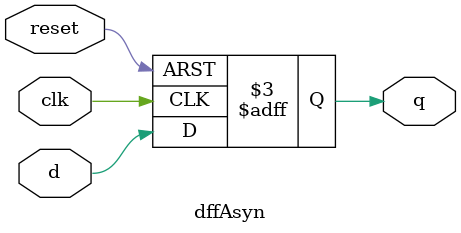
<source format=v>
`timescale 1ns / 1ps


module dffAsyn(
    input wire d,
    input wire reset,
    input wire clk,
    output reg q
    );
    
    always @(posedge clk or negedge reset) begin
        if(!reset) begin
            q <= 0;
        end
        else begin
            q <= d;
        end
    end
endmodule

</source>
